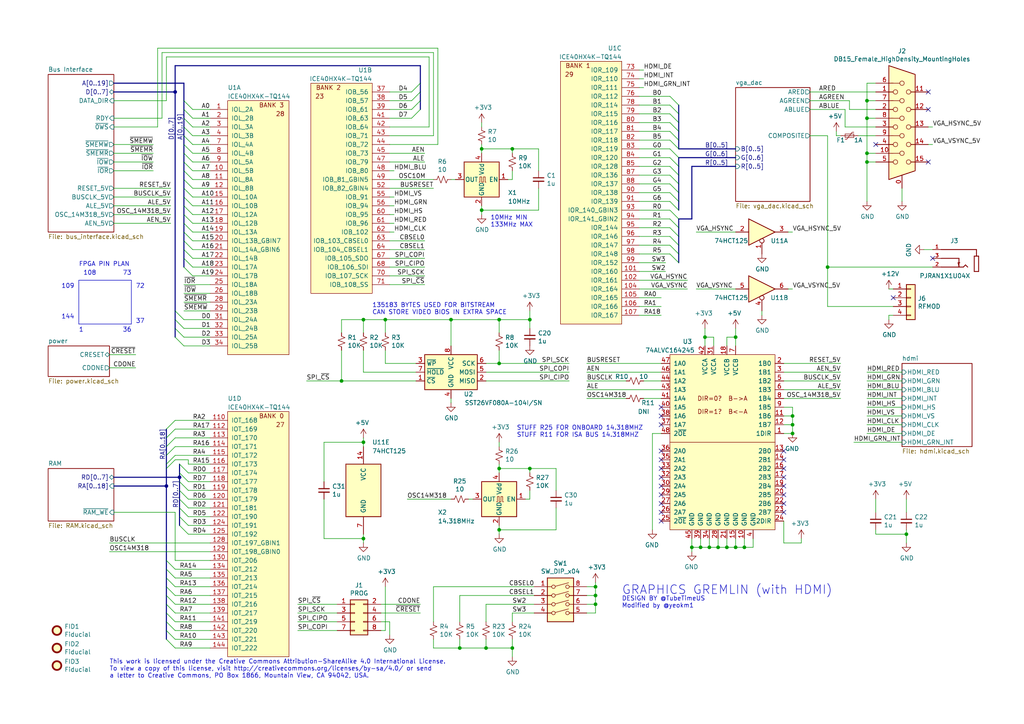
<source format=kicad_sch>
(kicad_sch (version 20230121) (generator eeschema)
  (paper "A4")
  (title_block (title "Top Level") (date "2024-01-04") (rev "2.4"))
  (junction (at 148.59 43.18))
  (junction (at 153.67 135.89))
  (junction (at 153.67 92.71))
  (junction (at 215.9 158.75))
  (junction (at 229.87 123.19))
  (junction (at 262.89 154.94))
  (junction (at 251.46 34.29))
  (junction (at 144.78 153.67))
  (junction (at 172.72 170.18))
  (junction (at 105.41 92.71))
  (junction (at 203.2 158.75))
  (junction (at 208.28 158.75))
  (junction (at 99.06 110.49))
  (junction (at 210.82 158.75))
  (junction (at 172.72 172.72))
  (junction (at 140.97 187.96))
  (junction (at 213.36 158.75))
  (junction (at 229.87 120.65))
  (junction (at 240.03 77.47))
  (junction (at 133.35 187.96))
  (junction (at 111.76 92.71))
  (junction (at 172.72 175.26))
  (junction (at 251.46 44.45))
  (junction (at 139.7 60.96))
  (junction (at 204.47 97.79))
  (junction (at 48.26 140.97))
  (junction (at 251.46 29.21))
  (junction (at 50.8 26.67))
  (junction (at 130.81 92.71))
  (junction (at 148.59 187.96))
  (junction (at 144.78 135.89))
  (junction (at 205.74 158.75))
  (junction (at 105.41 128.27))
  (junction (at 213.36 97.79))
  (junction (at 251.46 46.99))
  (junction (at 139.7 43.18))
  (junction (at 229.87 125.73))
  (junction (at 200.66 158.75))
  (junction (at 105.41 156.21))
  (junction (at 144.78 105.41))
  (junction (at 144.78 92.71))
  (junction (at 52.07 138.43))
  (no_connect (at 269.24 31.75))
  (no_connect (at 191.77 135.89))
  (no_connect (at 191.77 140.97))
  (no_connect (at 259.08 86.36))
  (no_connect (at 227.33 135.89))
  (no_connect (at 227.33 143.51))
  (no_connect (at 227.33 138.43))
  (no_connect (at 191.77 120.65))
  (no_connect (at 191.77 146.05))
  (no_connect (at 227.33 148.59))
  (no_connect (at 191.77 148.59))
  (no_connect (at 227.33 140.97))
  (no_connect (at 191.77 133.35))
  (no_connect (at 191.77 123.19))
  (no_connect (at 191.77 151.13))
  (no_connect (at 254 41.91))
  (no_connect (at 191.77 138.43))
  (no_connect (at 191.77 143.51))
  (no_connect (at 191.77 118.11))
  (no_connect (at 227.33 146.05))
  (no_connect (at 269.24 46.99))
  (no_connect (at 191.77 130.81))
  (no_connect (at 227.33 133.35))
  (no_connect (at 270.51 74.93))
  (no_connect (at 227.33 130.81))
  (no_connect (at 269.24 26.67))
  (bus_entry (at 48.26 177.8) (size 2.54 2.54))
  (bus_entry (at 194.31 53.34) (size 2.54 2.54))
  (bus_entry (at 194.31 60.96) (size 2.54 2.54))
  (bus_entry (at 52.07 147.32) (size 2.54 2.54))
  (bus_entry (at 53.34 29.21) (size 2.54 2.54))
  (bus_entry (at 52.07 134.62) (size 2.54 2.54))
  (bus_entry (at 52.07 142.24) (size 2.54 2.54))
  (bus_entry (at 119.38 34.29) (size 2.54 -2.54))
  (bus_entry (at 53.34 44.45) (size 2.54 2.54))
  (bus_entry (at 53.34 46.99) (size 2.54 2.54))
  (bus_entry (at 53.34 49.53) (size 2.54 2.54))
  (bus_entry (at 48.26 124.46) (size 2.54 -2.54))
  (bus_entry (at 194.31 50.8) (size 2.54 2.54))
  (bus_entry (at 48.26 175.26) (size 2.54 2.54))
  (bus_entry (at 119.38 26.67) (size 2.54 -2.54))
  (bus_entry (at 194.31 55.88) (size 2.54 2.54))
  (bus_entry (at 53.34 41.91) (size 2.54 2.54))
  (bus_entry (at 53.34 69.85) (size 2.54 2.54))
  (bus_entry (at 52.07 144.78) (size 2.54 2.54))
  (bus_entry (at 48.26 180.34) (size 2.54 2.54))
  (bus_entry (at 48.26 182.88) (size 2.54 2.54))
  (bus_entry (at 194.31 38.1) (size 2.54 2.54))
  (bus_entry (at 48.26 162.56) (size 2.54 2.54))
  (bus_entry (at 48.26 135.89) (size 2.54 -2.54))
  (bus_entry (at 53.34 74.93) (size 2.54 2.54))
  (bus_entry (at 48.26 127) (size 2.54 -2.54))
  (bus_entry (at 52.07 139.7) (size 2.54 2.54))
  (bus_entry (at 194.31 40.64) (size 2.54 2.54))
  (bus_entry (at 53.34 72.39) (size 2.54 2.54))
  (bus_entry (at 194.31 58.42) (size 2.54 2.54))
  (bus_entry (at 194.31 27.94) (size 2.54 2.54))
  (bus_entry (at 194.31 66.04) (size 2.54 2.54))
  (bus_entry (at 48.26 167.64) (size 2.54 2.54))
  (bus_entry (at 53.34 31.75) (size 2.54 2.54))
  (bus_entry (at 50.8 95.25) (size 2.54 2.54))
  (bus_entry (at 50.8 90.17) (size 2.54 2.54))
  (bus_entry (at 194.31 68.58) (size 2.54 2.54))
  (bus_entry (at 50.8 97.79) (size 2.54 2.54))
  (bus_entry (at 53.34 62.23) (size 2.54 2.54))
  (bus_entry (at 194.31 35.56) (size 2.54 2.54))
  (bus_entry (at 48.26 129.54) (size 2.54 -2.54))
  (bus_entry (at 48.26 132.08) (size 2.54 -2.54))
  (bus_entry (at 52.07 149.86) (size 2.54 2.54))
  (bus_entry (at 52.07 137.16) (size 2.54 2.54))
  (bus_entry (at 53.34 34.29) (size 2.54 2.54))
  (bus_entry (at 48.26 165.1) (size 2.54 2.54))
  (bus_entry (at 53.34 64.77) (size 2.54 2.54))
  (bus_entry (at 194.31 45.72) (size 2.54 2.54))
  (bus_entry (at 194.31 43.18) (size 2.54 2.54))
  (bus_entry (at 53.34 57.15) (size 2.54 2.54))
  (bus_entry (at 119.38 31.75) (size 2.54 -2.54))
  (bus_entry (at 53.34 39.37) (size 2.54 2.54))
  (bus_entry (at 53.34 67.31) (size 2.54 2.54))
  (bus_entry (at 194.31 73.66) (size 2.54 2.54))
  (bus_entry (at 48.26 172.72) (size 2.54 2.54))
  (bus_entry (at 194.31 48.26) (size 2.54 2.54))
  (bus_entry (at 194.31 63.5) (size 2.54 2.54))
  (bus_entry (at 53.34 36.83) (size 2.54 2.54))
  (bus_entry (at 53.34 54.61) (size 2.54 2.54))
  (bus_entry (at 53.34 59.69) (size 2.54 2.54))
  (bus_entry (at 194.31 71.12) (size 2.54 2.54))
  (bus_entry (at 48.26 134.62) (size 2.54 -2.54))
  (bus_entry (at 48.26 170.18) (size 2.54 2.54))
  (bus_entry (at 194.31 33.02) (size 2.54 2.54))
  (bus_entry (at 119.38 29.21) (size 2.54 -2.54))
  (bus_entry (at 52.07 152.4) (size 2.54 2.54))
  (bus_entry (at 53.34 77.47) (size 2.54 2.54))
  (bus_entry (at 53.34 52.07) (size 2.54 2.54))
  (bus_entry (at 50.8 92.71) (size 2.54 2.54))
  (bus_entry (at 194.31 30.48) (size 2.54 2.54))
  (bus_entry (at 48.26 185.42) (size 2.54 2.54))
  (wire (pts (xy 60.96 127) (xy 50.8 127)))
  (wire (pts (xy 227.33 107.95) (xy 243.84 107.95)))
  (wire (pts (xy 148.59 44.45) (xy 148.59 43.18)))
  (bus (pts (xy 48.26 170.18) (xy 48.26 172.72)))
  (wire (pts (xy 185.42 43.18) (xy 194.31 43.18)))
  (bus (pts (xy 196.85 73.66) (xy 196.85 76.2)))
  (wire (pts (xy 227.33 157.48) (xy 232.41 157.48)))
  (wire (pts (xy 127 41.91) (xy 127 13.97)))
  (bus (pts (xy 53.34 24.13) (xy 53.34 29.21)))
  (wire (pts (xy 185.42 35.56) (xy 194.31 35.56)))
  (wire (pts (xy 261.62 113.03) (xy 251.46 113.03)))
  (wire (pts (xy 124.46 36.83) (xy 113.03 36.83)))
  (wire (pts (xy 185.42 63.5) (xy 194.31 63.5)))
  (wire (pts (xy 60.96 152.4) (xy 54.61 152.4)))
  (wire (pts (xy 54.61 134.62) (xy 54.61 133.35)))
  (wire (pts (xy 153.67 142.24) (xy 153.67 144.78)))
  (wire (pts (xy 262.89 153.67) (xy 262.89 154.94)))
  (wire (pts (xy 60.96 67.31) (xy 55.88 67.31)))
  (wire (pts (xy 139.7 60.96) (xy 139.7 59.69)))
  (wire (pts (xy 60.96 139.7) (xy 54.61 139.7)))
  (wire (pts (xy 254 154.94) (xy 262.89 154.94)))
  (bus (pts (xy 196.85 45.72) (xy 213.36 45.72)))
  (wire (pts (xy 55.88 44.45) (xy 60.96 44.45)))
  (polyline (pts (xy 38.1 93.98) (xy 22.86 93.98)))
  (wire (pts (xy 105.41 107.95) (xy 120.65 107.95)))
  (wire (pts (xy 261.62 115.57) (xy 251.46 115.57)))
  (wire (pts (xy 191.77 105.41) (xy 170.18 105.41)))
  (wire (pts (xy 113.03 77.47) (xy 123.19 77.47)))
  (wire (pts (xy 228.6 67.31) (xy 229.87 67.31)))
  (bus (pts (xy 53.34 74.93) (xy 53.34 77.47)))
  (bus (pts (xy 53.34 29.21) (xy 53.34 31.75)))
  (wire (pts (xy 185.42 50.8) (xy 194.31 50.8)))
  (bus (pts (xy 196.85 35.56) (xy 196.85 38.1)))
  (wire (pts (xy 60.96 165.1) (xy 50.8 165.1)))
  (wire (pts (xy 60.96 72.39) (xy 55.88 72.39)))
  (wire (pts (xy 139.7 62.23) (xy 139.7 60.96)))
  (wire (pts (xy 148.59 52.07) (xy 147.32 52.07)))
  (wire (pts (xy 148.59 180.34) (xy 148.59 177.8)))
  (wire (pts (xy 60.96 95.25) (xy 53.34 95.25)))
  (wire (pts (xy 185.42 73.66) (xy 194.31 73.66)))
  (wire (pts (xy 133.35 180.34) (xy 133.35 172.72)))
  (wire (pts (xy 125.73 39.37) (xy 113.03 39.37)))
  (bus (pts (xy 196.85 30.48) (xy 196.85 33.02)))
  (wire (pts (xy 144.78 154.94) (xy 144.78 153.67)))
  (wire (pts (xy 254 153.67) (xy 254 154.94)))
  (wire (pts (xy 191.77 110.49) (xy 186.69 110.49)))
  (bus (pts (xy 196.85 53.34) (xy 196.85 55.88)))
  (wire (pts (xy 213.36 97.79) (xy 213.36 95.25)))
  (wire (pts (xy 53.34 90.17) (xy 60.96 90.17)))
  (wire (pts (xy 240.03 77.47) (xy 270.51 77.47)))
  (bus (pts (xy 48.26 135.89) (xy 48.26 140.97)))
  (wire (pts (xy 261.62 125.73) (xy 251.46 125.73)))
  (wire (pts (xy 172.72 172.72) (xy 172.72 175.26)))
  (wire (pts (xy 204.47 95.25) (xy 204.47 97.79)))
  (wire (pts (xy 246.38 29.21) (xy 246.38 31.75)))
  (wire (pts (xy 55.88 80.01) (xy 60.96 80.01)))
  (wire (pts (xy 185.42 53.34) (xy 194.31 53.34)))
  (wire (pts (xy 33.02 34.29) (xy 46.99 34.29)))
  (wire (pts (xy 205.74 158.75) (xy 203.2 158.75)))
  (wire (pts (xy 172.72 175.26) (xy 172.72 177.8)))
  (wire (pts (xy 245.11 36.83) (xy 254 36.83)))
  (wire (pts (xy 144.78 134.62) (xy 144.78 135.89)))
  (polyline (pts (xy 38.1 81.28) (xy 38.1 93.98)))
  (wire (pts (xy 113.03 67.31) (xy 114.3 67.31)))
  (wire (pts (xy 97.79 182.88) (xy 86.36 182.88)))
  (wire (pts (xy 181.61 110.49) (xy 170.18 110.49)))
  (bus (pts (xy 50.8 26.67) (xy 50.8 90.17)))
  (wire (pts (xy 105.41 128.27) (xy 93.98 128.27)))
  (wire (pts (xy 140.97 175.26) (xy 154.94 175.26)))
  (wire (pts (xy 140.97 187.96) (xy 148.59 187.96)))
  (wire (pts (xy 130.81 115.57) (xy 130.81 116.84)))
  (wire (pts (xy 50.8 180.34) (xy 60.96 180.34)))
  (wire (pts (xy 133.35 185.42) (xy 133.35 187.96)))
  (wire (pts (xy 133.35 187.96) (xy 140.97 187.96)))
  (bus (pts (xy 53.34 31.75) (xy 53.34 34.29)))
  (bus (pts (xy 48.26 167.64) (xy 48.26 170.18)))
  (wire (pts (xy 251.46 29.21) (xy 251.46 34.29)))
  (wire (pts (xy 148.59 43.18) (xy 139.7 43.18)))
  (wire (pts (xy 105.41 127) (xy 105.41 128.27)))
  (bus (pts (xy 196.85 71.12) (xy 196.85 73.66)))
  (wire (pts (xy 111.76 96.52) (xy 111.76 92.71)))
  (wire (pts (xy 140.97 105.41) (xy 144.78 105.41)))
  (wire (pts (xy 33.02 49.53) (xy 44.45 49.53)))
  (wire (pts (xy 204.47 97.79) (xy 207.01 97.79)))
  (wire (pts (xy 185.42 40.64) (xy 194.31 40.64)))
  (wire (pts (xy 259.08 88.9) (xy 240.03 88.9)))
  (wire (pts (xy 140.97 180.34) (xy 140.97 175.26)))
  (bus (pts (xy 48.26 182.88) (xy 48.26 185.42)))
  (wire (pts (xy 213.36 67.31) (xy 201.93 67.31)))
  (bus (pts (xy 196.85 33.02) (xy 196.85 35.56)))
  (wire (pts (xy 113.03 29.21) (xy 119.38 29.21)))
  (wire (pts (xy 60.96 92.71) (xy 53.34 92.71)))
  (wire (pts (xy 185.42 60.96) (xy 194.31 60.96)))
  (wire (pts (xy 60.96 39.37) (xy 55.88 39.37)))
  (wire (pts (xy 125.73 170.18) (xy 154.94 170.18)))
  (wire (pts (xy 153.67 137.16) (xy 153.67 135.89)))
  (wire (pts (xy 60.96 64.77) (xy 55.88 64.77)))
  (wire (pts (xy 144.78 105.41) (xy 165.1 105.41)))
  (wire (pts (xy 132.08 52.07) (xy 130.81 52.07)))
  (wire (pts (xy 125.73 15.24) (xy 125.73 39.37)))
  (wire (pts (xy 191.77 125.73) (xy 189.23 125.73)))
  (wire (pts (xy 148.59 49.53) (xy 148.59 52.07)))
  (wire (pts (xy 227.33 113.03) (xy 243.84 113.03)))
  (wire (pts (xy 185.42 86.36) (xy 191.77 86.36)))
  (wire (pts (xy 234.95 29.21) (xy 246.38 29.21)))
  (wire (pts (xy 33.02 54.61) (xy 49.53 54.61)))
  (bus (pts (xy 196.85 55.88) (xy 196.85 58.42)))
  (bus (pts (xy 196.85 50.8) (xy 196.85 53.34)))
  (wire (pts (xy 170.18 177.8) (xy 172.72 177.8)))
  (wire (pts (xy 215.9 158.75) (xy 213.36 158.75)))
  (bus (pts (xy 200.66 63.5) (xy 200.66 48.26)))
  (wire (pts (xy 185.42 66.04) (xy 194.31 66.04)))
  (wire (pts (xy 172.72 170.18) (xy 172.72 172.72)))
  (wire (pts (xy 210.82 97.79) (xy 210.82 100.33)))
  (bus (pts (xy 196.85 38.1) (xy 196.85 40.64)))
  (wire (pts (xy 148.59 187.96) (xy 148.59 185.42)))
  (wire (pts (xy 60.96 36.83) (xy 55.88 36.83)))
  (wire (pts (xy 218.44 158.75) (xy 215.9 158.75)))
  (wire (pts (xy 254 29.21) (xy 251.46 29.21)))
  (wire (pts (xy 251.46 34.29) (xy 251.46 44.45)))
  (wire (pts (xy 156.21 60.96) (xy 139.7 60.96)))
  (bus (pts (xy 121.92 29.21) (xy 121.92 31.75)))
  (wire (pts (xy 148.59 187.96) (xy 148.59 190.5)))
  (wire (pts (xy 234.95 39.37) (xy 240.03 39.37)))
  (wire (pts (xy 60.96 62.23) (xy 55.88 62.23)))
  (wire (pts (xy 130.81 100.33) (xy 130.81 92.71)))
  (wire (pts (xy 240.03 88.9) (xy 240.03 77.47)))
  (bus (pts (xy 121.92 26.67) (xy 121.92 29.21)))
  (wire (pts (xy 97.79 175.26) (xy 86.36 175.26)))
  (wire (pts (xy 186.69 115.57) (xy 191.77 115.57)))
  (wire (pts (xy 54.61 133.35) (xy 50.8 133.35)))
  (wire (pts (xy 210.82 156.21) (xy 210.82 158.75)))
  (wire (pts (xy 234.95 26.67) (xy 254 26.67)))
  (bus (pts (xy 48.26 134.62) (xy 48.26 135.89)))
  (wire (pts (xy 185.42 91.44) (xy 191.77 91.44)))
  (wire (pts (xy 254 46.99) (xy 251.46 46.99)))
  (wire (pts (xy 185.42 58.42) (xy 194.31 58.42)))
  (bus (pts (xy 53.34 52.07) (xy 53.34 54.61)))
  (wire (pts (xy 227.33 105.41) (xy 243.84 105.41)))
  (bus (pts (xy 196.85 63.5) (xy 196.85 66.04)))
  (wire (pts (xy 60.96 59.69) (xy 55.88 59.69)))
  (wire (pts (xy 113.03 80.01) (xy 123.19 80.01)))
  (bus (pts (xy 48.26 132.08) (xy 48.26 134.62)))
  (bus (pts (xy 48.26 180.34) (xy 48.26 182.88)))
  (wire (pts (xy 60.96 134.62) (xy 54.61 134.62)))
  (bus (pts (xy 53.34 62.23) (xy 53.34 64.77)))
  (wire (pts (xy 185.42 76.2) (xy 193.04 76.2)))
  (bus (pts (xy 53.34 39.37) (xy 53.34 41.91)))
  (wire (pts (xy 110.49 182.88) (xy 111.76 182.88)))
  (wire (pts (xy 60.96 157.48) (xy 31.75 157.48)))
  (wire (pts (xy 140.97 107.95) (xy 165.1 107.95)))
  (wire (pts (xy 60.96 160.02) (xy 31.75 160.02)))
  (wire (pts (xy 227.33 115.57) (xy 243.84 115.57)))
  (wire (pts (xy 227.33 123.19) (xy 229.87 123.19)))
  (wire (pts (xy 124.46 16.51) (xy 124.46 36.83)))
  (wire (pts (xy 60.96 149.86) (xy 54.61 149.86)))
  (wire (pts (xy 60.96 129.54) (xy 50.8 129.54)))
  (wire (pts (xy 60.96 34.29) (xy 55.88 34.29)))
  (wire (pts (xy 208.28 156.21) (xy 208.28 158.75)))
  (wire (pts (xy 60.96 182.88) (xy 50.8 182.88)))
  (wire (pts (xy 200.66 158.75) (xy 200.66 156.21)))
  (wire (pts (xy 161.29 135.89) (xy 161.29 142.24)))
  (wire (pts (xy 261.62 120.65) (xy 251.46 120.65)))
  (wire (pts (xy 113.03 44.45) (xy 123.19 44.45)))
  (wire (pts (xy 269.24 41.91) (xy 270.51 41.91)))
  (wire (pts (xy 215.9 156.21) (xy 215.9 158.75)))
  (wire (pts (xy 60.96 170.18) (xy 50.8 170.18)))
  (wire (pts (xy 254 44.45) (xy 251.46 44.45)))
  (wire (pts (xy 203.2 156.21) (xy 203.2 158.75)))
  (wire (pts (xy 113.03 184.15) (xy 113.03 180.34)))
  (wire (pts (xy 50.8 162.56) (xy 60.96 162.56)))
  (wire (pts (xy 185.42 83.82) (xy 199.39 83.82)))
  (wire (pts (xy 218.44 156.21) (xy 218.44 158.75)))
  (wire (pts (xy 251.46 44.45) (xy 251.46 46.99)))
  (wire (pts (xy 111.76 92.71) (xy 105.41 92.71)))
  (wire (pts (xy 60.96 31.75) (xy 55.88 31.75)))
  (wire (pts (xy 113.03 69.85) (xy 123.19 69.85)))
  (wire (pts (xy 254 34.29) (xy 251.46 34.29)))
  (wire (pts (xy 113.03 46.99) (xy 123.19 46.99)))
  (wire (pts (xy 269.24 36.83) (xy 270.51 36.83)))
  (wire (pts (xy 213.36 97.79) (xy 213.36 100.33)))
  (wire (pts (xy 125.73 185.42) (xy 125.73 187.96)))
  (wire (pts (xy 261.62 118.11) (xy 251.46 118.11)))
  (wire (pts (xy 110.49 180.34) (xy 113.03 180.34)))
  (wire (pts (xy 210.82 97.79) (xy 213.36 97.79)))
  (wire (pts (xy 194.31 27.94) (xy 185.42 27.94)))
  (wire (pts (xy 240.03 39.37) (xy 240.03 77.47)))
  (wire (pts (xy 148.59 177.8) (xy 154.94 177.8)))
  (wire (pts (xy 185.42 55.88) (xy 194.31 55.88)))
  (bus (pts (xy 200.66 48.26) (xy 213.36 48.26)))
  (wire (pts (xy 99.06 92.71) (xy 105.41 92.71)))
  (bus (pts (xy 52.07 138.43) (xy 52.07 139.7)))
  (wire (pts (xy 60.96 154.94) (xy 54.61 154.94)))
  (wire (pts (xy 259.08 91.44) (xy 257.81 91.44)))
  (wire (pts (xy 161.29 147.32) (xy 161.29 153.67)))
  (wire (pts (xy 60.96 87.63) (xy 53.34 87.63)))
  (wire (pts (xy 153.67 135.89) (xy 144.78 135.89)))
  (wire (pts (xy 60.96 147.32) (xy 54.61 147.32)))
  (wire (pts (xy 156.21 54.61) (xy 156.21 60.96)))
  (wire (pts (xy 259.08 83.82) (xy 257.81 83.82)))
  (wire (pts (xy 245.11 31.75) (xy 245.11 36.83)))
  (wire (pts (xy 227.33 120.65) (xy 229.87 120.65)))
  (wire (pts (xy 220.98 90.17) (xy 220.98 91.44)))
  (wire (pts (xy 137.16 144.78) (xy 135.89 144.78)))
  (bus (pts (xy 52.07 149.86) (xy 52.07 152.4)))
  (bus (pts (xy 53.34 72.39) (xy 53.34 74.93)))
  (wire (pts (xy 93.98 144.78) (xy 93.98 156.21)))
  (wire (pts (xy 144.78 92.71) (xy 153.67 92.71)))
  (wire (pts (xy 172.72 168.91) (xy 172.72 170.18)))
  (bus (pts (xy 48.26 177.8) (xy 48.26 180.34)))
  (wire (pts (xy 113.03 62.23) (xy 114.3 62.23)))
  (wire (pts (xy 251.46 46.99) (xy 251.46 58.42)))
  (wire (pts (xy 50.8 148.59) (xy 50.8 162.56)))
  (wire (pts (xy 113.03 59.69) (xy 114.3 59.69)))
  (wire (pts (xy 33.02 29.21) (xy 48.26 29.21)))
  (wire (pts (xy 247.65 128.27) (xy 261.62 128.27)))
  (wire (pts (xy 242.57 38.1) (xy 242.57 39.37)))
  (wire (pts (xy 262.89 144.78) (xy 262.89 148.59)))
  (bus (pts (xy 196.85 40.64) (xy 196.85 43.18)))
  (bus (pts (xy 53.34 41.91) (xy 53.34 44.45)))
  (wire (pts (xy 234.95 31.75) (xy 245.11 31.75)))
  (bus (pts (xy 50.8 90.17) (xy 50.8 92.71)))
  (wire (pts (xy 139.7 36.83) (xy 139.7 35.56)))
  (wire (pts (xy 227.33 151.13) (xy 227.33 157.48)))
  (bus (pts (xy 50.8 92.71) (xy 50.8 95.25)))
  (bus (pts (xy 53.34 49.53) (xy 53.34 52.07)))
  (bus (pts (xy 50.8 19.05) (xy 121.92 19.05)))
  (wire (pts (xy 118.11 144.78) (xy 130.81 144.78)))
  (wire (pts (xy 139.7 44.45) (xy 139.7 43.18)))
  (bus (pts (xy 53.34 36.83) (xy 53.34 39.37)))
  (wire (pts (xy 60.96 54.61) (xy 55.88 54.61)))
  (wire (pts (xy 60.96 49.53) (xy 55.88 49.53)))
  (wire (pts (xy 33.02 46.99) (xy 44.45 46.99)))
  (bus (pts (xy 33.02 138.43) (xy 52.07 138.43)))
  (wire (pts (xy 31.75 102.87) (xy 39.37 102.87)))
  (wire (pts (xy 120.65 105.41) (xy 111.76 105.41)))
  (wire (pts (xy 213.36 156.21) (xy 213.36 158.75)))
  (wire (pts (xy 60.96 177.8) (xy 50.8 177.8)))
  (wire (pts (xy 33.02 64.77) (xy 49.53 64.77)))
  (wire (pts (xy 185.42 71.12) (xy 194.31 71.12)))
  (wire (pts (xy 185.42 30.48) (xy 194.31 30.48)))
  (bus (pts (xy 196.85 66.04) (xy 196.85 68.58)))
  (polyline (pts (xy 22.86 93.98) (xy 22.86 81.28)))
  (wire (pts (xy 33.02 57.15) (xy 49.53 57.15)))
  (wire (pts (xy 60.96 167.64) (xy 50.8 167.64)))
  (wire (pts (xy 204.47 97.79) (xy 204.47 100.33)))
  (wire (pts (xy 246.38 31.75) (xy 254 31.75)))
  (wire (pts (xy 111.76 105.41) (xy 111.76 101.6)))
  (wire (pts (xy 185.42 25.4) (xy 186.69 25.4)))
  (bus (pts (xy 52.07 142.24) (xy 52.07 144.78)))
  (wire (pts (xy 111.76 182.88) (xy 111.76 170.18)))
  (bus (pts (xy 33.02 26.67) (xy 50.8 26.67)))
  (bus (pts (xy 53.34 34.29) (xy 53.34 36.83)))
  (wire (pts (xy 33.02 62.23) (xy 49.53 62.23)))
  (wire (pts (xy 60.96 77.47) (xy 55.88 77.47)))
  (wire (pts (xy 60.96 52.07) (xy 55.88 52.07)))
  (wire (pts (xy 120.65 110.49) (xy 99.06 110.49)))
  (wire (pts (xy 232.41 157.48) (xy 232.41 156.21)))
  (wire (pts (xy 261.62 107.95) (xy 251.46 107.95)))
  (wire (pts (xy 185.42 88.9) (xy 191.77 88.9)))
  (bus (pts (xy 48.26 162.56) (xy 48.26 165.1)))
  (wire (pts (xy 203.2 158.75) (xy 200.66 158.75)))
  (wire (pts (xy 113.03 31.75) (xy 119.38 31.75)))
  (bus (pts (xy 196.85 58.42) (xy 196.85 60.96)))
  (bus (pts (xy 53.34 59.69) (xy 53.34 62.23)))
  (bus (pts (xy 53.34 57.15) (xy 53.34 59.69)))
  (wire (pts (xy 130.81 92.71) (xy 111.76 92.71)))
  (wire (pts (xy 110.49 177.8) (xy 121.92 177.8)))
  (wire (pts (xy 86.36 177.8) (xy 97.79 177.8)))
  (bus (pts (xy 48.26 127) (xy 48.26 129.54)))
  (bus (pts (xy 50.8 95.25) (xy 50.8 97.79)))
  (wire (pts (xy 127 13.97) (xy 45.72 13.97)))
  (wire (pts (xy 144.78 153.67) (xy 144.78 152.4)))
  (bus (pts (xy 196.85 63.5) (xy 200.66 63.5)))
  (wire (pts (xy 229.87 123.19) (xy 229.87 125.73)))
  (wire (pts (xy 93.98 156.21) (xy 105.41 156.21)))
  (wire (pts (xy 227.33 110.49) (xy 243.84 110.49)))
  (bus (pts (xy 53.34 67.31) (xy 53.34 69.85)))
  (wire (pts (xy 185.42 78.74) (xy 193.04 78.74)))
  (bus (pts (xy 48.26 165.1) (xy 48.26 167.64)))
  (wire (pts (xy 228.6 83.82) (xy 229.87 83.82)))
  (wire (pts (xy 97.79 180.34) (xy 86.36 180.34)))
  (wire (pts (xy 153.67 144.78) (xy 152.4 144.78)))
  (wire (pts (xy 205.74 156.21) (xy 205.74 158.75)))
  (wire (pts (xy 55.88 46.99) (xy 60.96 46.99)))
  (wire (pts (xy 185.42 20.32) (xy 186.69 20.32)))
  (wire (pts (xy 60.96 124.46) (xy 50.8 124.46)))
  (wire (pts (xy 229.87 120.65) (xy 229.87 123.19)))
  (wire (pts (xy 105.41 154.94) (xy 105.41 156.21)))
  (wire (pts (xy 50.8 187.96) (xy 60.96 187.96)))
  (wire (pts (xy 172.72 170.18) (xy 170.18 170.18)))
  (wire (pts (xy 121.92 175.26) (xy 110.49 175.26)))
  (wire (pts (xy 153.67 92.71) (xy 153.67 95.25)))
  (wire (pts (xy 113.03 34.29) (xy 119.38 34.29)))
  (bus (pts (xy 196.85 43.18) (xy 213.36 43.18)))
  (wire (pts (xy 156.21 43.18) (xy 156.21 49.53)))
  (wire (pts (xy 50.8 132.08) (xy 60.96 132.08)))
  (bus (pts (xy 52.07 139.7) (xy 52.07 142.24)))
  (bus (pts (xy 121.92 24.13) (xy 121.92 26.67)))
  (wire (pts (xy 133.35 172.72) (xy 154.94 172.72)))
  (wire (pts (xy 207.01 97.79) (xy 207.01 100.33)))
  (wire (pts (xy 185.42 45.72) (xy 194.31 45.72)))
  (wire (pts (xy 270.51 72.39) (xy 267.97 72.39)))
  (wire (pts (xy 208.28 158.75) (xy 205.74 158.75)))
  (wire (pts (xy 33.02 148.59) (xy 50.8 148.59)))
  (wire (pts (xy 161.29 153.67) (xy 144.78 153.67)))
  (wire (pts (xy 185.42 22.86) (xy 186.69 22.86)))
  (wire (pts (xy 60.96 175.26) (xy 50.8 175.26)))
  (bus (pts (xy 33.02 24.13) (xy 53.34 24.13)))
  (wire (pts (xy 48.26 16.51) (xy 124.46 16.51)))
  (wire (pts (xy 113.03 41.91) (xy 127 41.91)))
  (wire (pts (xy 248.92 39.37) (xy 254 39.37)))
  (wire (pts (xy 172.72 172.72) (xy 170.18 172.72)))
  (wire (pts (xy 254 148.59) (xy 254 144.78)))
  (bus (pts (xy 48.26 140.97) (xy 48.26 162.56)))
  (wire (pts (xy 33.02 59.69) (xy 49.53 59.69)))
  (bus (pts (xy 33.02 140.97) (xy 48.26 140.97)))
  (wire (pts (xy 144.78 129.54) (xy 144.78 128.27)))
  (wire (pts (xy 262.89 154.94) (xy 262.89 157.48)))
  (wire (pts (xy 194.31 38.1) (xy 185.42 38.1)))
  (bus (pts (xy 53.34 44.45) (xy 53.34 46.99)))
  (wire (pts (xy 113.03 49.53) (xy 114.3 49.53)))
  (wire (pts (xy 189.23 125.73) (xy 189.23 153.67)))
  (wire (pts (xy 170.18 175.26) (xy 172.72 175.26)))
  (wire (pts (xy 60.96 82.55) (xy 53.34 82.55)))
  (wire (pts (xy 257.81 91.44) (xy 257.81 92.71)))
  (wire (pts (xy 125.73 180.34) (xy 125.73 170.18)))
  (bus (pts (xy 52.07 144.78) (xy 52.07 147.32)))
  (wire (pts (xy 140.97 187.96) (xy 140.97 185.42)))
  (bus (pts (xy 53.34 46.99) (xy 53.34 49.53)))
  (wire (pts (xy 113.03 72.39) (xy 123.19 72.39)))
  (bus (pts (xy 121.92 19.05) (xy 121.92 24.13)))
  (wire (pts (xy 213.36 83.82) (xy 201.93 83.82)))
  (wire (pts (xy 254 24.13) (xy 251.46 24.13)))
  (wire (pts (xy 113.03 54.61) (xy 125.73 54.61)))
  (bus (pts (xy 53.34 54.61) (xy 53.34 57.15)))
  (bus (pts (xy 52.07 147.32) (xy 52.07 149.86)))
  (wire (pts (xy 60.96 121.92) (xy 50.8 121.92)))
  (wire (pts (xy 194.31 33.02) (xy 185.42 33.02)))
  (wire (pts (xy 185.42 48.26) (xy 194.31 48.26)))
  (bus (pts (xy 50.8 26.67) (xy 50.8 19.05)))
  (bus (pts (xy 53.34 69.85) (xy 53.34 72.39)))
  (wire (pts (xy 50.8 185.42) (xy 60.96 185.42)))
  (wire (pts (xy 261.62 54.61) (xy 261.62 58.42)))
  (wire (pts (xy 181.61 115.57) (xy 170.18 115.57)))
  (wire (pts (xy 144.78 101.6) (xy 144.78 105.41)))
  (wire (pts (xy 105.41 156.21) (xy 105.41 157.48)))
  (wire (pts (xy 33.02 44.45) (xy 44.45 44.45)))
  (wire (pts (xy 153.67 92.71) (xy 153.67 90.17)))
  (bus (pts (xy 52.07 137.16) (xy 52.07 138.43)))
  (wire (pts (xy 261.62 110.49) (xy 251.46 110.49)))
  (wire (pts (xy 191.77 113.03) (xy 170.18 113.03)))
  (wire (pts (xy 60.96 144.78) (xy 54.61 144.78)))
  (wire (pts (xy 113.03 64.77) (xy 114.3 64.77)))
  (wire (pts (xy 105.41 92.71) (xy 105.41 96.52)))
  (wire (pts (xy 99.06 110.49) (xy 88.9 110.49)))
  (wire (pts (xy 45.72 36.83) (xy 33.02 36.83)))
  (wire (pts (xy 33.02 41.91) (xy 44.45 41.91)))
  (wire (pts (xy 144.78 137.16) (xy 144.78 135.89)))
  (bus (pts (xy 48.26 129.54) (xy 48.26 132.08)))
  (wire (pts (xy 105.41 128.27) (xy 105.41 129.54)))
  (wire (pts (xy 144.78 96.52) (xy 144.78 92.71)))
  (wire (pts (xy 93.98 128.27) (xy 93.98 139.7)))
  (wire (pts (xy 53.34 85.09) (xy 60.96 85.09)))
  (wire (pts (xy 229.87 118.11) (xy 229.87 120.65)))
  (wire (pts (xy 185.42 68.58) (xy 194.31 68.58)))
  (wire (pts (xy 60.96 69.85) (xy 55.88 69.85)))
  (bus (pts (xy 48.26 124.46) (xy 48.26 127)))
  (wire (pts (xy 113.03 57.15) (xy 114.3 57.15)))
  (wire (pts (xy 60.96 137.16) (xy 54.61 137.16)))
  (bus (pts (xy 53.34 64.77) (xy 53.34 67.31)))
  (bus (pts (xy 48.26 175.26) (xy 48.26 177.8)))
  (wire (pts (xy 60.96 142.24) (xy 54.61 142.24)))
  (wire (pts (xy 113.03 52.07) (xy 125.73 52.07)))
  (wire (pts (xy 261.62 123.19) (xy 251.46 123.19)))
  (bus (pts (xy 48.26 172.72) (xy 48.26 175.26)))
  (wire (pts (xy 227.33 125.73) (xy 229.87 125.73)))
  (wire (pts (xy 213.36 158.75) (xy 210.82 158.75)))
  (wire (pts (xy 31.75 106.68) (xy 39.37 106.68)))
  (wire (pts (xy 144.78 92.71) (xy 130.81 92.71)))
  (wire (pts (xy 113.03 82.55) (xy 123.19 82.55)))
  (wire (pts (xy 55.88 74.93) (xy 60.96 74.93)))
  (wire (pts (xy 55.88 41.91) (xy 60.96 41.91)))
  (wire (pts (xy 48.26 29.21) (xy 48.26 16.51)))
  (wire (pts (xy 60.96 97.79) (xy 53.34 97.79)))
  (wire (pts (xy 105.41 101.6) (xy 105.41 107.95)))
  (wire (pts (xy 99.06 96.52) (xy 99.06 92.71)))
  (bus (pts (xy 196.85 45.72) (xy 196.85 48.26)))
  (wire (pts (xy 60.96 57.15) (xy 55.88 57.15)))
  (wire (pts (xy 242.57 39.37) (xy 243.84 39.37)))
  (wire (pts (xy 251.46 24.13) (xy 251.46 29.21)))
  (wire (pts (xy 139.7 41.91) (xy 139.7 43.18)))
  (wire (pts (xy 153.67 135.89) (xy 161.29 135.89)))
  (wire (pts (xy 191.77 107.95) (xy 170.18 107.95)))
  (wire (pts (xy 140.97 110.49) (xy 165.1 110.49)))
  (wire (pts (xy 210.82 158.75) (xy 208.28 158.75)))
  (wire (pts (xy 125.73 187.96) (xy 133.35 187.96)))
  (wire (pts (xy 46.99 15.24) (xy 125.73 15.24)))
  (wire (pts (xy 45.72 13.97) (xy 45.72 36.83)))
  (wire (pts (xy 113.03 74.93) (xy 123.19 74.93)))
  (bus (pts (xy 196.85 68.58) (xy 196.85 71.12)))
  (wire (pts (xy 113.03 26.67) (xy 119.38 26.67)))
  (bus (pts (xy 196.85 48.26) (xy 196.85 50.8)))
  (polyline (pts (xy 22.86 81.28) (xy 38.1 81.28)))
  (wire (pts (xy 227.33 118.11) (xy 229.87 118.11)))
  (wire (pts (xy 200.66 158.75) (xy 200.66 160.02)))
  (bus (pts (xy 52.07 134.62) (xy 52.07 137.16)))
  (wire (pts (xy 148.59 43.18) (xy 156.21 43.18)))
  (wire (pts (xy 185.42 81.28) (xy 199.39 81.28)))
  (wire (pts (xy 99.06 101.6) (xy 99.06 110.49)))
  (wire (pts (xy 46.99 34.29) (xy 46.99 15.24)))
  (wire (pts (xy 60.96 100.33) (xy 53.34 100.33)))
  (wire (pts (xy 50.8 172.72) (xy 60.96 172.72)))
  (text "135183 BYTES USED FOR BITSTREAM\nCAN STORE VIDEO BIOS IN EXTRA SPACE" (at 107.95 91.44 0) (effects (font (size 1.27 1.27)) (justify left bottom)))
  (text "FPGA PIN PLAN" (at 22.86 77.47 0) (effects (font (size 1.27 1.27)) (justify left bottom)))
  (text "1" (at 22.86 96.52 0) (effects (font (size 1.27 1.27)) (justify left bottom)))
  (text "DESIGN BY @TubeTimeUS\nModified by @yeokm1" (at 180.34 176.53 0) (effects (font (size 1.27 1.27)) (justify left bottom)))
  (text "72" (at 39.37 83.82 0) (effects (font (size 1.27 1.27)) (justify left bottom)))
  (text "108" (at 24.13 80.01 0) (effects (font (size 1.27 1.27)) (justify left bottom)))
  (text "37" (at 39.37 93.98 0) (effects (font (size 1.27 1.27)) (justify left bottom)))
  (text "10MHz MIN\n133MHz MAX" (at 142.24 66.04 0) (effects (font (size 1.27 1.27)) (justify left bottom)))
  (text "73" (at 35.56 80.01 0) (effects (font (size 1.27 1.27)) (justify left bottom)))
  (text "This work is licensed under the Creative Commons Attribution-ShareAlike 4.0 International License. \nTo view a copy of this license, visit http://creativecommons.org/licenses/by-sa/4.0/ or send\na letter to Creative Commons, PO Box 1866, Mountain View, CA 94042, USA." (at 31.75 196.85 0) (effects (font (size 1.27 1.27)) (justify left bottom)))
  (text "GRAPHICS GREMLIN (with HDMI)" (at 180.34 172.72 0) (effects (font (size 2.54 2.54)) (justify left bottom)))
  (text "144" (at 17.78 92.71 0) (effects (font (size 1.27 1.27)) (justify left bottom)))
  (text "STUFF R25 FOR ONBOARD 14.318MHZ\nSTUFF R11 FOR ISA BUS 14.318MHZ" (at 149.86 127 0) (effects (font (size 1.27 1.27)) (justify left bottom)))
  (text "36" (at 35.56 96.52 0) (effects (font (size 1.27 1.27)) (justify left bottom)))
  (text "109" (at 17.78 83.82 0) (effects (font (size 1.27 1.27)) (justify left bottom)))
  (label "~{CRESET}" (at 121.92 177.8 180))
  (label "AEN_5V" (at 243.84 107.95 180))
  (label "R0" (at 189.23 60.96 0))
  (label "OSC_14M318_5V" (at 243.84 115.57 180))
  (label "RA4" (at 55.88 132.08 0))
  (label "ALE_5V" (at 49.53 59.69 180))
  (label "G6" (at 189.23 58.42 0))
  (label "RA3" (at 55.88 127 0))
  (label "~{IOR}" (at 53.34 82.55 0))
  (label "SPI_CIPO" (at 86.36 180.34 0))
  (label "RD2" (at 55.88 147.32 0))
  (label "B2" (at 189.23 33.02 0))
  (label "SW3" (at 148.59 177.8 0))
  (label "HDMI_DE" (at 186.69 20.32 0))
  (label "G2" (at 189.23 48.26 0))
  (label "CBSEL0" (at 123.19 69.85 180))
  (label "HDMI_HS" (at 114.3 62.23 0))
  (label "RA18" (at 186.69 91.44 0))
  (label "RD3" (at 55.88 152.4 0))
  (label "HDMI_HS" (at 251.46 118.11 0))
  (label "HDMI_BLU" (at 251.46 113.03 0))
  (label "~{SMEMW}" (at 53.34 90.17 0))
  (label "R1" (at 189.23 63.5 0))
  (label "A13" (at 58.42 64.77 0))
  (label "B3" (at 189.23 35.56 0))
  (label "SPI_SCK" (at 123.19 80.01 180))
  (label "BUSCLK_5V" (at 49.53 57.15 180))
  (label "~{IOW}" (at 53.34 85.09 0))
  (label "A8" (at 58.42 52.07 0))
  (label "A15" (at 58.42 69.85 0))
  (label "RD5" (at 55.88 149.86 0))
  (label "AEN" (at 123.19 44.45 180))
  (label "RA16" (at 55.88 129.54 0))
  (label "HDMI_CLK" (at 251.46 123.19 0))
  (label "VGA_HSYNC_5V" (at 270.51 36.83 0))
  (label "ALE" (at 123.19 46.99 180))
  (label "RD7" (at 55.88 139.7 0))
  (label "D7" (at 115.57 34.29 0))
  (label "OSC14M318" (at 118.11 144.78 0))
  (label "HDMI_GRN" (at 114.3 59.69 0))
  (label "RA7" (at 52.07 177.8 0))
  (label "VGA_HSYNC" (at 201.93 67.31 0))
  (label "SPI_CIPO" (at 123.19 77.47 180))
  (label "RA1" (at 186.69 88.9 0))
  (label "SPI_~{CS}" (at 123.19 82.55 180))
  (label "ALE_5V" (at 243.84 113.03 180))
  (label "G1" (at 189.23 45.72 0))
  (label "D5" (at 115.57 29.21 0))
  (label "G[0..6]" (at 204.47 45.72 0))
  (label "G4" (at 189.23 53.34 0))
  (label "A19" (at 58.42 80.01 0))
  (label "RA5" (at 52.07 167.64 0))
  (label "HDMI_GRN_INT" (at 186.69 25.4 0))
  (label "A[0..19]" (at 53.34 40.64 90))
  (label "~{SMEMR}" (at 53.34 87.63 0))
  (label "~{CRESET}" (at 39.37 102.87 180))
  (label "SPI_COPI" (at 123.19 74.93 180))
  (label "A1" (at 58.42 34.29 0))
  (label "SPI_SCK" (at 86.36 177.8 0))
  (label "BUSRESET" (at 170.18 105.41 0))
  (label "R5" (at 189.23 73.66 0))
  (label "CDONE" (at 39.37 106.68 180))
  (label "A4" (at 58.42 41.91 0))
  (label "R[0..5]" (at 204.47 48.26 0))
  (label "HDMI_RED" (at 114.3 64.77 0))
  (label "HDMI_INT" (at 251.46 115.57 0))
  (label "G5" (at 189.23 55.88 0))
  (label "D4" (at 115.57 26.67 0))
  (label "RA15" (at 55.88 134.62 0))
  (label "ALE" (at 170.18 113.03 0))
  (label "VGA_VSYNC_5V" (at 270.51 41.91 0))
  (label "B[0..5]" (at 204.47 43.18 0))
  (label "A18" (at 58.42 77.47 0))
  (label "SW2" (at 148.59 175.26 0))
  (label "A5" (at 58.42 44.45 0))
  (label "A17" (at 58.42 74.93 0))
  (label "RA12" (at 52.07 175.26 0))
  (label "VGA_VSYNC" (at 199.39 83.82 180))
  (label "G0" (at 189.23 43.18 0))
  (label "SPI_COPI" (at 165.1 107.95 180))
  (label "HDMI_RED" (at 251.46 107.95 0))
  (label "CDONE" (at 121.92 175.26 180))
  (label "A12" (at 58.42 62.23 0))
  (label "OSC_14M318_5V" (at 49.53 62.23 180))
  (label "RA8" (at 52.07 182.88 0))
  (label "SW2" (at 193.04 78.74 180))
  (label "D6" (at 115.57 31.75 0))
  (label "CBSEL1" (at 154.94 172.72 180))
  (label "D2" (at 58.42 97.79 0))
  (label "VGA_HSYNC" (at 199.39 81.28 180))
  (label "RA11" (at 52.07 180.34 0))
  (label "SPI_CIPO" (at 165.1 110.49 180))
  (label "RD1" (at 55.88 142.24 0))
  (label "SW3" (at 193.04 76.2 180))
  (label "RD6" (at 55.88 144.78 0))
  (label "A10" (at 58.42 57.15 0))
  (label "A2" (at 58.42 36.83 0))
  (label "D[0..7]" (at 50.8 40.64 90))
  (label "A16" (at 58.42 72.39 0))
  (label "~{SMEMW}" (at 44.45 41.91 180))
  (label "OSC14M318" (at 170.18 115.57 0))
  (label "RA[0..18]" (at 48.26 133.35 90))
  (label "R3" (at 189.23 68.58 0))
  (label "RESET_5V" (at 243.84 105.41 180))
  (label "OSC10M" (at 115.57 52.07 0))
  (label "BUSRESET" (at 125.73 54.61 180))
  (label "ARED" (at 237.49 26.67 0))
  (label "D3" (at 58.42 100.33 0))
  (label "B1" (at 189.23 30.48 0))
  (label "CBSEL1" (at 123.19 72.39 180))
  (label "BUSCLK" (at 31.75 157.48 0))
  (label "A0" (at 58.42 31.75 0))
  (label "HDMI_BLU" (at 114.3 49.53 0))
  (label "HDMI_GRN_INT" (at 247.65 128.27 0))
  (label "A14" (at 58.42 67.31 0))
  (label "RD[0..7]" (at 52.07 147.32 90))
  (label "~{SMEMR}" (at 44.45 44.45 180))
  (label "RA0" (at 186.69 86.36 0))
  (label "A7" (at 58.42 49.53 0))
  (label "B5" (at 189.23 40.64 0))
  (label "B0" (at 189.23 27.94 0))
  (label "RA14" (at 52.07 165.1 0))
  (label "RD4" (at 55.88 154.94 0))
  (label "~{IOW}" (at 44.45 46.99 180))
  (label "HDMI_INT" (at 186.69 22.86 0))
  (label "RA2" (at 55.88 121.92 0))
  (label "OSC14M318" (at 31.75 160.02 0))
  (label "RD0" (at 55.88 137.16 0))
  (label "A9" (at 58.42 54.61 0))
  (label "RA17" (at 55.88 124.46 0))
  (label "A3" (at 58.42 39.37 0))
  (label "SPI_~{CS}" (at 86.36 175.26 0))
  (label "ABLUE" (at 237.49 31.75 0))
  (label "VGA_VSYNC_5V" (at 229.87 83.82 0))
  (label "AEN" (at 170.18 107.95 0))
  (label "RESET_5V" (at 49.53 54.61 180))
  (label "G3" (at 189.23 50.8 0))
  (label "HDMI_VS" (at 251.46 120.65 0))
  (label "SPI_SCK" (at 165.1 105.41 180))
  (label "HDMI_GRN" (at 251.46 110.49 0))
  (label "RA9" (at 52.07 187.96 0))
  (label "D1" (at 58.42 95.25 0))
  (label "SPI_COPI" (at 86.36 182.88 0))
  (label "R4" (at 189.23 71.12 0))
  (label "~{IOR}" (at 44.45 49.53 180))
  (label "B4" (at 189.23 38.1 0))
  (label "VGA_HSYNC_5V" (at 229.87 67.31 0))
  (label "A6" (at 58.42 46.99 0))
  (label "R2" (at 189.23 66.04 0))
  (label "RA10" (at 52.07 185.42 0))
  (label "AEN_5V" (at 49.53 64.77 180))
  (label "HDMI_VS" (at 114.3 57.15 0))
  (label "RA13" (at 52.07 170.18 0))
  (label "D0" (at 58.42 92.71 0))
  (label "BUSCLK_5V" (at 243.84 110.49 180))
  (label "A11" (at 58.42 59.69 0))
  (label "BUSCLK" (at 170.18 110.49 0))
  (label "VGA_VSYNC" (at 201.93 83.82 0))
  (label "SPI_~{CS}" (at 88.9 110.49 0))
  (label "AGREEN" (at 237.49 29.21 0))
  (label "RA6" (at 52.07 172.72 0))
  (label "HDMI_DE" (at 251.46 125.73 0))
  (label "HDMI_CLK" (at 114.3 67.31 0))
  (label "CBSEL0" (at 154.94 170.18 180))
  (symbol (lib_id "Device:Polyfuse_Small") (at 246.38 39.37 270) (unit 1)
    (property "Reference" "F1" (at 243.84 40.64 90))
    (property "Value" "1A" (at 248.92 40.64 90))
    (property "Footprint" "Resistor_SMD:R_1206_3216Metric" (effects hide))
    (property "Mouser" "530-0ZCJ0050FF2G" (effects hide))
  )
  (symbol (lib_id "Memory_EEPROM:25LCxxx") (at 130.81 107.95 0) (unit 1)
    (property "Reference" "U2" (at 135.89 114.3 0))
    (property "Value" "SST26VF080A-104I/SN" (at 146.05 116.84 0))
    (property "Footprint" "Active:SOP127P620X175-8" (effects hide))
    (property "Mouser" "579-26VF080A-104I/SN" (effects hide))
  )
  (symbol (lib_id "Device:R_Small_US") (at 111.76 99.06 0) (unit 1)
    (property "Reference" "R3" (at 113.4872 97.8916 0) (effects (justify left)))
    (property "Value" "10K" (at 113.4872 100.203 0) (effects (justify left)))
    (property "Footprint" "Passive:RESC1608X55" (effects hide))
    (property "Mouser" "603-RC0603FR-0710KL" (effects hide))
  )
  (symbol (lib_id "power:+3V3") (at 153.67 90.17 0) (unit 1)
    (property "Reference" "#PWR07" (effects hide))
    (property "Value" "+3V3" (at 154.051 85.7758 0))
  )
  (symbol (lib_id "Device:R_Small_US") (at 105.41 99.06 0) (unit 1)
    (property "Reference" "R2" (at 107.1372 97.8916 0) (effects (justify left)))
    (property "Value" "10K" (at 107.1372 100.203 0) (effects (justify left)))
    (property "Footprint" "Passive:RESC1608X55" (effects hide))
    (property "Mouser" "603-RC0603FR-0710KL" (effects hide))
  )
  (symbol (lib_id "Device:R_Small_US") (at 99.06 99.06 0) (unit 1)
    (property "Reference" "R1" (at 100.7872 97.8916 0) (effects (justify left)))
    (property "Value" "10K" (at 100.7872 100.203 0) (effects (justify left)))
    (property "Footprint" "Passive:RESC1608X55" (effects hide))
    (property "Mouser" "603-RC0603FR-0710KL" (effects hide))
  )
  (symbol (lib_id "power:GND") (at 130.81 116.84 0) (unit 1)
    (property "Reference" "#PWR04" (effects hide))
    (property "Value" "GND" (at 130.937 121.2342 0))
  )
  (symbol (lib_id "Device:R_Small_US") (at 144.78 99.06 0) (unit 1)
    (property "Reference" "R8" (at 146.5072 97.8916 0) (effects (justify left)))
    (property "Value" "10K" (at 146.5072 100.203 0) (effects (justify left)))
    (property "Footprint" "Passive:RESC1608X55" (effects hide))
    (property "Mouser" "603-RC0603FR-0710KL" (effects hide))
  )
  (symbol (lib_id "isavideo-rescue:74ALVC164245-logic") (at 224.79 102.87 0) (mirror y) (unit 1)
    (property "Reference" "U3" (at 199.39 99.06 0))
    (property "Value" "74ALVC164245" (at 194.31 101.6 0))
    (property "Footprint" "Active:TSSOP50P810X120-48" (effects hide))
    (property "Mouser" "771-74ALVC164245" (effects hide))
  )
  (symbol (lib_id "power:+5V") (at 213.36 95.25 0) (mirror y) (unit 1)
    (property "Reference" "#PWR012" (effects hide))
    (property "Value" "+5V" (at 212.979 90.8558 0))
  )
  (symbol (lib_id "power:GND") (at 200.66 160.02 0) (mirror y) (unit 1)
    (property "Reference" "#PWR010" (effects hide))
    (property "Value" "GND" (at 200.533 164.4142 0))
  )
  (symbol (lib_id "power:+3V3") (at 204.47 95.25 0) (mirror y) (unit 1)
    (property "Reference" "#PWR011" (effects hide))
    (property "Value" "+3V3" (at 204.089 90.8558 0))
  )
  (symbol (lib_id "Device:R_Small_US") (at 125.73 182.88 0) (unit 1)
    (property "Reference" "R4" (at 127.4572 181.7116 0) (effects (justify left)))
    (property "Value" "10K" (at 127.4572 184.023 0) (effects (justify left)))
    (property "Footprint" "Passive:RESC1608X55" (effects hide))
    (property "Mouser" "603-RC0603FR-0710KL" (effects hide))
  )
  (symbol (lib_id "Device:R_Small_US") (at 133.35 182.88 0) (unit 1)
    (property "Reference" "R5" (at 135.0772 181.7116 0) (effects (justify left)))
    (property "Value" "10K" (at 135.0772 184.023 0) (effects (justify left)))
    (property "Footprint" "Passive:RESC1608X55" (effects hide))
    (property "Mouser" "603-RC0603FR-0710KL" (effects hide))
  )
  (symbol (lib_id "power:GND") (at 148.59 190.5 0) (unit 1)
    (property "Reference" "#PWR03" (effects hide))
    (property "Value" "GND" (at 148.717 194.8942 0))
  )
  (symbol (lib_id "power:GND") (at 261.62 58.42 0) (unit 1)
    (property "Reference" "#PWR018" (effects hide))
    (property "Value" "GND" (at 261.747 62.8142 0))
  )
  (symbol (lib_id "Connector_Generic:Conn_02x04_Odd_Even") (at 102.87 177.8 0) (unit 1)
    (property "Reference" "J1" (at 104.14 169.7482 0))
    (property "Value" "PROG" (at 104.14 172.0596 0))
    (property "Footprint" "Connector_PinHeader_2.54mm:PinHeader_2x04_P2.54mm_Vertical" (effects hide))
  )
  (symbol (lib_id "power:+3V3") (at 232.41 156.21 0) (mirror y) (unit 1)
    (property "Reference" "#PWR013" (effects hide))
    (property "Value" "+3V3" (at 232.029 151.8158 0))
  )
  (symbol (lib_id "power:GND") (at 229.87 125.73 0) (mirror y) (unit 1)
    (property "Reference" "#PWR014" (effects hide))
    (property "Value" "GND" (at 229.743 130.1242 0))
  )
  (symbol (lib_id "power:GND") (at 189.23 153.67 0) (mirror y) (unit 1)
    (property "Reference" "#PWR09" (effects hide))
    (property "Value" "GND" (at 189.103 158.0642 0))
  )
  (symbol (lib_id "power:+5V") (at 242.57 38.1 0) (mirror y) (unit 1)
    (property "Reference" "#PWR015" (effects hide))
    (property "Value" "+5V" (at 242.189 33.7058 0))
  )
  (symbol (lib_id "Oscillator:ASE-xxxMHz") (at 139.7 52.07 0) (mirror y) (unit 1)
    (property "Reference" "X1" (at 147.32 55.88 0) (effects (justify right)))
    (property "Value" "10MHz" (at 147.32 58.42 0) (effects (justify right)))
    (property "Footprint" "Passive:XTAL320X250X120-4" (effects hide))
    (property "Mouser" "520-ECS-2333-100-BNT" (effects hide))
  )
  (symbol (lib_id "Device:R_Small_US") (at 128.27 52.07 270) (unit 1)
    (property "Reference" "R6" (at 128.27 46.863 90))
    (property "Value" "10" (at 128.27 49.1744 90))
    (property "Footprint" "Passive:RESC1608X55" (effects hide))
    (property "Mouser" "603-RC0603FR-0710RL" (effects hide))
  )
  (symbol (lib_id "power:GND") (at 139.7 62.23 0) (unit 1)
    (property "Reference" "#PWR06" (effects hide))
    (property "Value" "GND" (at 139.827 66.6242 0))
  )
  (symbol (lib_id "power:+3V3") (at 139.7 35.56 0) (unit 1)
    (property "Reference" "#PWR05" (effects hide))
    (property "Value" "+3V3" (at 140.081 31.1658 0))
  )
  (symbol (lib_id "Device:R_Small_US") (at 148.59 46.99 0) (unit 1)
    (property "Reference" "R9" (at 150.3172 45.8216 0) (effects (justify left)))
    (property "Value" "10K" (at 150.3172 48.133 0) (effects (justify left)))
    (property "Footprint" "Passive:RESC1608X55" (effects hide))
    (property "Mouser" "603-RC0603FR-0710KL" (effects hide))
  )
  (symbol (lib_id "Device:R_Small_US") (at 139.7 39.37 0) (unit 1)
    (property "Reference" "R7" (at 141.4272 38.2016 0) (effects (justify left)))
    (property "Value" "10" (at 141.4272 40.513 0) (effects (justify left)))
    (property "Footprint" "Passive:RESC1608X55" (effects hide))
    (property "Mouser" "603-RC0603FR-0710RL" (effects hide))
  )
  (symbol (lib_id "Device:C_Small") (at 156.21 52.07 0) (unit 1)
    (property "Reference" "C1" (at 158.5468 50.9016 0) (effects (justify left)))
    (property "Value" "1u" (at 158.5468 53.213 0) (effects (justify left)))
    (property "Footprint" "Capacitor_SMD:C_0603_1608Metric" (effects hide))
    (property "Mouser" "810-CGA3E1X7R1C105AC" (effects hide))
  )
  (symbol (lib_id "Device:R_Small_US") (at 184.15 110.49 270) (unit 1)
    (property "Reference" "R10" (at 180.34 109.22 90))
    (property "Value" "10" (at 186.69 109.22 90))
    (property "Footprint" "Passive:RESC1608X55" (effects hide))
    (property "Mouser" "603-RC0603FR-0710RL" (effects hide))
  )
  (symbol (lib_id "Device:R_Small_US") (at 184.15 115.57 270) (unit 1)
    (property "Reference" "R11" (at 187.96 116.84 90))
    (property "Value" "DNI" (at 186.69 119.38 90))
    (property "Footprint" "Passive:RESC1608X55" (effects hide))
  )
  (symbol (lib_id "power:GND") (at 113.03 184.15 0) (unit 1)
    (property "Reference" "#PWR02" (effects hide))
    (property "Value" "GND" (at 113.157 188.5442 0))
  )
  (symbol (lib_id "power:+3V3") (at 111.76 170.18 0) (unit 1)
    (property "Reference" "#PWR01" (effects hide))
    (property "Value" "+3V3" (at 112.141 165.7858 0))
  )
  (symbol (lib_id "power:+3V3") (at 172.72 168.91 0) (unit 1)
    (property "Reference" "#PWR08" (effects hide))
    (property "Value" "+3V3" (at 173.101 164.5158 0))
  )
  (symbol (lib_id "Switch:SW_DIP_x04") (at 162.56 175.26 0) (unit 1)
    (property "Reference" "SW1" (at 162.56 163.3982 0))
    (property "Value" "SW_DIP_x04" (at 162.56 165.7096 0))
    (property "Footprint" "Switch:SW_DIP254P762X635-8" (effects hide))
    (property "Mouser" "706-76PSB04ST" (effects hide))
  )
  (symbol (lib_id "power:GND") (at 267.97 72.39 270) (unit 1)
    (property "Reference" "#PWR019" (effects hide))
    (property "Value" "GND" (at 263.5758 72.517 0))
  )
  (symbol (lib_id "isavideo-rescue:ICE40HX4K-TQ144-logic") (at 66.04 29.21 0) (unit 1)
    (property "Reference" "U1" (at 66.04 25.4 0) (effects (justify left)))
    (property "Value" "ICE40HX4K-TQ144" (at 66.04 27.94 0) (effects (justify left)))
    (property "Footprint" "Active:TSQFP50P2200X2200X160-144" (effects hide))
    (property "Mouser" "842-ICE40HX4K-TQ144" (effects hide))
  )
  (symbol (lib_id "isavideo-rescue:ICE40HX4K-TQ144-logic") (at 107.95 24.13 0) (mirror y) (unit 2)
    (property "Reference" "U1" (at 107.95 20.32 0) (effects (justify left)))
    (property "Value" "ICE40HX4K-TQ144" (at 107.95 22.86 0) (effects (justify left)))
    (property "Footprint" "Active:TSQFP50P2200X2200X160-144" (effects hide))
    (property "Mouser" "842-ICE40HX4K-TQ144" (effects hide))
  )
  (symbol (lib_id "isavideo-rescue:ICE40HX4K-TQ144-logic") (at 180.34 17.78 0) (mirror y) (unit 3)
    (property "Reference" "U1" (at 180.34 13.97 0) (effects (justify left)))
    (property "Value" "ICE40HX4K-TQ144" (at 180.34 16.51 0) (effects (justify left)))
    (property "Footprint" "Active:TSQFP50P2200X2200X160-144" (effects hide))
    (property "Mouser" "842-ICE40HX4K-TQ144" (effects hide))
  )
  (symbol (lib_id "isavideo-rescue:ICE40HX4K-TQ144-logic") (at 66.04 119.38 0) (unit 4)
    (property "Reference" "U1" (at 66.04 115.57 0) (effects (justify left)))
    (property "Value" "ICE40HX4K-TQ144" (at 66.04 118.11 0) (effects (justify left)))
    (property "Footprint" "Active:TSQFP50P2200X2200X160-144" (effects hide))
    (property "Mouser" "842-ICE40HX4K-TQ144" (effects hide))
  )
  (symbol (lib_id "74xx:74LS125") (at 220.98 67.31 0) (unit 1)
    (property "Reference" "U11" (at 226.06 69.85 0))
    (property "Value" "74HCT125" (at 212.09 69.85 0))
    (property "Footprint" "Active:TSOP65P640X110-14" (effects hide))
    (property "Datasheet" "http://www.ti.com/lit/gpn/sn74LS125" (effects hide))
    (property "Mouser" "771-74HCT125PW-T" (effects hide))
  )
  (symbol (lib_id "74xx:74LS125") (at 220.98 83.82 0) (unit 2)
    (property "Reference" "U11" (at 226.06 86.36 0))
    (property "Value" "74HCT125" (at 212.09 86.36 0))
    (property "Footprint" "Active:TSOP65P640X110-14" (effects hide))
    (property "Datasheet" "http://www.ti.com/lit/gpn/sn74LS125" (effects hide))
    (property "Mouser" "771-74HCT125PW-T" (effects hide))
  )
  (symbol (lib_id "74xx:74LS125") (at 105.41 142.24 0) (unit 5)
    (property "Reference" "U11" (at 107.95 128.27 0) (effects (justify left)))
    (property "Value" "74HCT125" (at 107.95 130.81 0) (effects (justify left)))
    (property "Footprint" "Active:TSOP65P640X110-14" (effects hide))
    (property "Datasheet" "http://www.ti.com/lit/gpn/sn74LS125" (effects hide))
    (property "Mouser" "771-74HCT125PW-T" (effects hide))
  )
  (symbol (lib_id "power:GND") (at 220.98 73.66 0) (unit 1)
    (property "Reference" "#PWR036" (effects hide))
    (property "Value" "GND" (at 221.107 78.0542 0))
  )
  (symbol (lib_id "power:GND") (at 220.98 91.44 0) (unit 1)
    (property "Reference" "#PWR037" (effects hide))
    (property "Value" "GND" (at 221.107 95.8342 0))
  )
  (symbol (lib_id "Oscillator:ASE-xxxMHz") (at 144.78 144.78 0) (mirror y) (unit 1)
    (property "Reference" "X2" (at 127 148.59 0) (effects (justify right)))
    (property "Value" "14.318MHz" (at 127 151.13 0) (effects (justify right)))
    (property "Footprint" "Passive:XTAL320X250X120-4" (effects hide))
    (property "Mouser" "815-ASE-14.318MLCT" (effects hide))
  )
  (symbol (lib_id "Device:R_Small_US") (at 133.35 144.78 270) (unit 1)
    (property "Reference" "R25" (at 133.35 139.573 90))
    (property "Value" "10" (at 133.35 141.8844 90))
    (property "Footprint" "Passive:RESC1608X55" (effects hide))
    (property "Mouser" "603-RC0603FR-0710RL" (effects hide))
  )
  (symbol (lib_id "power:GND") (at 144.78 154.94 0) (unit 1)
    (property "Reference" "#PWR034" (effects hide))
    (property "Value" "GND" (at 144.907 159.3342 0))
  )
  (symbol (lib_id "power:+3V3") (at 144.78 128.27 0) (unit 1)
    (property "Reference" "#PWR033" (effects hide))
    (property "Value" "+3V3" (at 145.161 123.8758 0))
  )
  (symbol (lib_id "Device:R_Small_US") (at 153.67 139.7 0) (unit 1)
    (property "Reference" "R27" (at 155.3972 138.5316 0) (effects (justify left)))
    (property "Value" "10K" (at 155.3972 140.843 0) (effects (justify left)))
    (property "Footprint" "Passive:RESC1608X55" (effects hide))
    (property "Mouser" "603-RC0603FR-0710KL" (effects hide))
  )
  (symbol (lib_id "Device:R_Small_US") (at 144.78 132.08 0) (unit 1)
    (property "Reference" "R26" (at 146.5072 130.9116 0) (effects (justify left)))
    (property "Value" "10" (at 146.5072 133.223 0) (effects (justify left)))
    (property "Footprint" "Passive:RESC1608X55" (effects hide))
    (property "Mouser" "603-RC0603FR-0710RL" (effects hide))
  )
  (symbol (lib_id "Device:C_Small") (at 161.29 144.78 0) (unit 1)
    (property "Reference" "C30" (at 163.6268 143.6116 0) (effects (justify left)))
    (property "Value" "1u" (at 163.6268 145.923 0) (effects (justify left)))
    (property "Footprint" "Capacitor_SMD:C_0603_1608Metric" (effects hide))
    (property "Mouser" "810-CGA3E1X7R1C105AC" (effects hide))
  )
  (symbol (lib_id "power:+5V") (at 105.41 127 0) (mirror y) (unit 1)
    (property "Reference" "#PWR084" (effects hide))
    (property "Value" "+5V" (at 105.029 122.6058 0))
  )
  (symbol (lib_id "power:GND") (at 105.41 157.48 0) (unit 1)
    (property "Reference" "#PWR085" (effects hide))
    (property "Value" "GND" (at 105.537 161.8742 0))
  )
  (symbol (lib_id "Device:C_Small") (at 93.98 142.24 0) (unit 1)
    (property "Reference" "C31" (at 96.3168 141.0716 0) (effects (justify left)))
    (property "Value" "1u" (at 96.3168 143.383 0) (effects (justify left)))
    (property "Footprint" "Capacitor_SMD:C_0603_1608Metric" (effects hide))
    (property "Mouser" "810-CGA3E1X7R1C105AC" (effects hide))
  )
  (symbol (lib_id "Device:C_Small") (at 254 151.13 0) (unit 1)
    (property "Reference" "C21" (at 256.3368 149.9616 0) (effects (justify left)))
    (property "Value" "1u" (at 256.3368 152.273 0) (effects (justify left)))
    (property "Footprint" "Capacitor_SMD:C_0603_1608Metric" (effects hide))
    (property "Mouser" "810-CGA3E1X7R1C105AC" (effects hide))
  )
  (symbol (lib_id "Device:C_Small") (at 262.89 151.13 0) (unit 1)
    (property "Reference" "C22" (at 265.2268 149.9616 0) (effects (justify left)))
    (property "Value" "1u" (at 265.2268 152.273 0) (effects (justify left)))
    (property "Footprint" "Capacitor_SMD:C_0603_1608Metric" (effects hide))
    (property "Mouser" "810-CGA3E1X7R1C105AC" (effects hide))
  )
  (symbol (lib_id "power:+3V3") (at 254 144.78 0) (unit 1)
    (property "Reference" "#PWR063" (effects hide))
    (property "Value" "+3V3" (at 254.381 140.3858 0))
  )
  (symbol (lib_id "power:GND") (at 262.89 157.48 0) (unit 1)
    (property "Reference" "#PWR065" (effects hide))
    (property "Value" "GND" (at 263.017 161.8742 0))
  )
  (symbol (lib_id "power:+5V") (at 262.89 144.78 0) (mirror y) (unit 1)
    (property "Reference" "#PWR064" (effects hide))
    (property "Value" "+5V" (at 262.509 140.3858 0))
  )
  (symbol (lib_id "Device:C_Small") (at 153.67 97.79 0) (unit 1)
    (property "Reference" "C20" (at 156.0068 96.6216 0) (effects (justify left)))
    (property "Value" "1u" (at 156.0068 98.933 0) (effects (justify left)))
    (property "Footprint" "Capacitor_SMD:C_0603_1608Metric" (effects hide))
    (property "Mouser" "810-CGA3E1X7R1C105AC" (effects hide))
  )
  (symbol (lib_id "power:GND") (at 153.67 100.33 0) (unit 1)
    (property "Reference" "#PWR054" (effects hide))
    (property "Value" "GND" (at 153.797 104.7242 0))
  )
  (symbol (lib_id "Connector_Generic:Conn_01x04") (at 264.16 86.36 0) (unit 1)
    (property "Reference" "J6" (at 266.192 86.5632 0) (effects (justify left)))
    (property "Value" "RFMOD" (at 266.192 88.8746 0) (effects (justify left)))
    (property "Footprint" "Connector_PinHeader_2.54mm:PinHeader_1x04_P2.54mm_Vertical" (effects hide))
  )
  (symbol (lib_id "power:GND") (at 257.81 92.71 0) (unit 1)
    (property "Reference" "#PWR087" (effects hide))
    (property "Value" "GND" (at 257.937 97.1042 0))
  )
  (symbol (lib_id "power:+12V") (at 257.81 83.82 0) (unit 1)
    (property "Reference" "#PWR086" (effects hide))
    (property "Value" "+12V" (at 258.191 79.4258 0))
  )
  (symbol (lib_id "Device:R_Small_US") (at 140.97 182.88 0) (unit 1)
    (property "Reference" "R23" (at 142.6972 181.7116 0) (effects (justify left)))
    (property "Value" "10K" (at 142.6972 184.023 0) (effects (justify left)))
    (property "Footprint" "Passive:RESC1608X55" (effects hide))
    (property "Mouser" "603-RC0603FR-0710KL" (effects hide))
  )
  (symbol (lib_id "Device:R_Small_US") (at 148.59 182.88 0) (unit 1)
    (property "Reference" "R24" (at 150.3172 181.7116 0) (effects (justify left)))
    (property "Value" "10K" (at 150.3172 184.023 0) (effects (justify left)))
    (property "Footprint" "Passive:RESC1608X55" (effects hide))
    (property "Mouser" "603-RC0603FR-0710KL" (effects hide))
  )
  (symbol (lib_id "Mechanical:Fiducial") (at 16.51 182.88 0) (unit 1)
    (property "Reference" "FID1" (at 18.669 181.7116 0) (effects (justify left)))
    (property "Value" "Fiducial" (at 18.669 184.023 0) (effects (justify left)))
    (property "Footprint" "Fiducials:Fiducial_1mm_Dia_2mm_Outer" (effects hide))
  )
  (symbol (lib_id "Mechanical:Fiducial") (at 16.51 187.96 0) (unit 1)
    (property "Reference" "FID2" (at 18.669 186.7916 0) (effects (justify left)))
    (property "Value" "Fiducial" (at 18.669 189.103 0) (effects (justify left)))
    (property "Footprint" "Fiducials:Fiducial_1mm_Dia_2mm_Outer" (effects hide))
  )
  (symbol (lib_id "Mechanical:Fiducial") (at 16.51 193.04 0) (unit 1)
    (property "Reference" "FID3" (at 18.669 191.8716 0) (effects (justify left)))
    (property "Value" "Fiducial" (at 18.669 194.183 0) (effects (justify left)))
    (property "Footprint" "Fiducials:Fiducial_1mm_Dia_2mm_Outer" (effects hide))
  )
  (symbol (lib_id "isavideo-rescue:DB15_Female_HighDensity_MountingHoles-Connector") (at 261.62 36.83 0) (unit 1)
    (property "Reference" "J2" (at 261.62 14.8082 0))
    (property "Value" "DB15_Female_HighDensity_MountingHoles" (at 261.62 17.1196 0))
    (property "Footprint" "libraries:23117631" (effects hide))
    (property "Datasheet" " ~" (effects hide))
    (property "Mouser" "571-2311763-1" (effects hide))
  )
  (symbol (lib_id "power:GND") (at 251.46 58.42 0) (unit 1)
    (property "Reference" "#PWR016" (effects hide))
    (property "Value" "GND" (at 251.587 62.8142 0))
  )
  (symbol (lib_id "PJRAN1X1U04X:PJRAN1X1U04X") (at 278.13 74.93 180) (unit 1)
    (property "Reference" "J3" (at 275.59 69.85 0) (effects (justify right)))
    (property "Value" "PJRAN1X1U04X" (at 266.7 80.01 0) (effects (justify right)))
    (property "Footprint" "libraries:SWITCHCRAFT_PJRAN1X1U04X" (effects hide))
    (property "STANDARD" "Manufacturer recommendations" (effects hide))
    (property "PARTREV" "A" (effects hide))
    (property "MANUFACTURER" "Switchcraft" (effects hide))
    (property "MAXIMUM_PACKAGE_HEIGHT" "13.0mm" (effects hide))
    (property "Mouser" "502-PJRAN1X1U04X" (effects hide))
  )
  (sheet (at 13.97 21.59) (size 19.05 45.72)
    (property "Sheetname" "Bus Interface" (at 13.97 20.8784 0) (effects (justify left bottom)))
    (property "Sheetfile" "bus_interface.kicad_sch" (at 13.97 67.8946 0) (effects (justify left top)))
    (pin "A[0..19]" output (at 33.02 24.13 0))
    (pin "D[0..7]" bidirectional (at 33.02 26.67 0))
    (pin "~{SMEMW}" output (at 33.02 41.91 0))
    (pin "~{SMEMR}" output (at 33.02 44.45 0))
    (pin "~{IOW}" output (at 33.02 46.99 0))
    (pin "~{IOR}" output (at 33.02 49.53 0))
    (pin "RESET_5V" output (at 33.02 54.61 0))
    (pin "BUSCLK_5V" output (at 33.02 57.15 0))
    (pin "ALE_5V" output (at 33.02 59.69 0))
    (pin "OSC_14M318_5V" output (at 33.02 62.23 0))
    (pin "AEN_5V" output (at 33.02 64.77 0))
    (pin "DATA_DIR" input (at 33.02 29.21 0))
    (pin "RDY" input (at 33.02 34.29 0))
    (pin "~{0WS}" input (at 33.02 36.83 0))
  )
  (sheet (at 213.36 25.4) (size 21.59 33.02)
    (property "Sheetname" "vga_dac" (at 213.36 24.6884 0) (effects (justify left bottom)))
    (property "Sheetfile" "vga_dac.kicad_sch" (at 213.36 59.0046 0) (effects (justify left top)))
    (pin "ARED" output (at 234.95 26.67 0))
    (pin "AGREEN" output (at 234.95 29.21 0))
    (pin "ABLUE" output (at 234.95 31.75 0))
    (pin "R[0..5]" input (at 213.36 48.26 180))
    (pin "G[0..6]" input (at 213.36 45.72 180))
    (pin "B[0..5]" input (at 213.36 43.18 180))
    (pin "COMPOSITE" output (at 234.95 39.37 0))
  )
  (sheet (at 13.97 135.89) (size 19.05 15.24)
    (property "Sheetname" "RAM" (at 13.97 135.1784 0) (effects (justify left bottom)))
    (property "Sheetfile" "RAM.kicad_sch" (at 13.97 151.7146 0) (effects (justify left top)))
    (pin "RD[0..7]" bidirectional (at 33.02 138.43 0))
    (pin "RA[0..18]" input (at 33.02 140.97 0))
    (pin "~{RAM_WE}" input (at 33.02 148.59 0))
  )
  (sheet (at 13.97 100.33) (size 17.78 8.89)
    (property "Sheetname" "power" (at 13.97 99.6184 0) (effects (justify left bottom)))
    (property "Sheetfile" "power.kicad_sch" (at 13.97 109.8046 0) (effects (justify left top)))
    (pin "CDONE" output (at 31.75 106.68 0))
    (pin "CRESET" bidirectional (at 31.75 102.87 0))
  )
  (sheet (at 261.62 105.41) (size 20.32 24.13)
    (property "Sheetname" "hdmi" (at 261.62 104.6984 0) (effects (justify left bottom)))
    (property "Sheetfile" "hdmi.kicad_sch" (at 261.62 130.1246 0) (effects (justify left top)))
    (pin "HDMI_RED" input (at 261.62 107.95 180))
    (pin "HDMI_BLU" input (at 261.62 113.03 180))
    (pin "HDMI_DE" input (at 261.62 125.73 180))
    (pin "HDMI_VS" input (at 261.62 120.65 180))
    (pin "HDMI_GRN" input (at 261.62 110.49 180))
    (pin "HDMI_CLK" input (at 261.62 123.19 180))
    (pin "HDMI_HS" input (at 261.62 118.11 180))
    (pin "HDMI_INT" input (at 261.62 115.57 180))
    (pin "HDMI_GRN_INT" input (at 261.62 128.27 180))
  )
)
</source>
